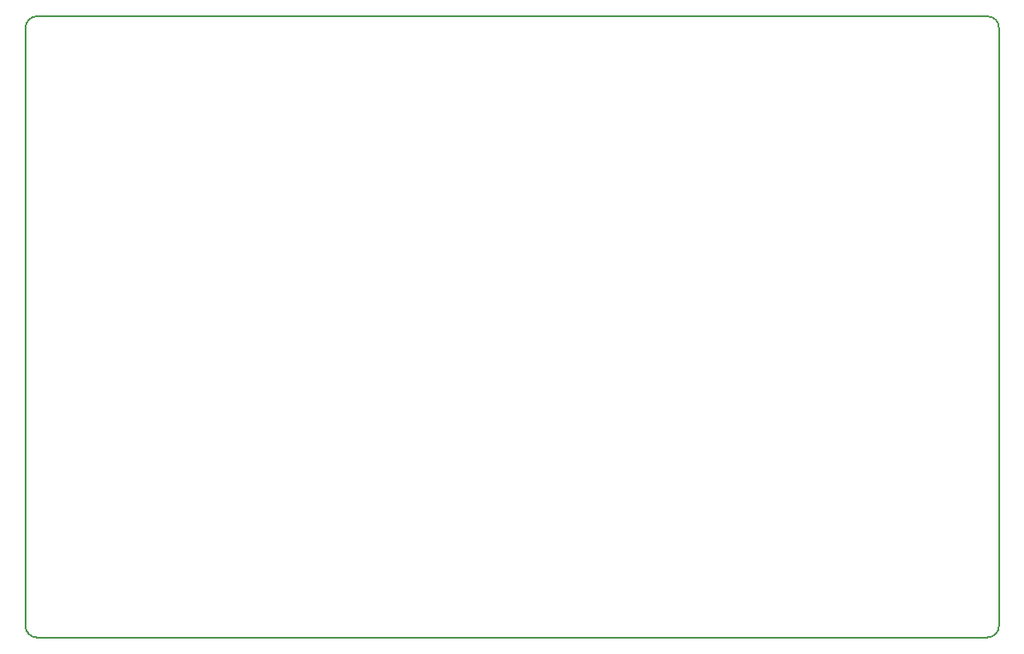
<source format=gbr>
%FSLAX34Y34*%
%MOMM*%
%LNOUTLINE*%
G71*
G01*
%ADD10C, 0.20*%
%LPD*%
G54D10*
X11525Y617663D02*
X953691Y617663D01*
G54D10*
G75*
G01X11525Y617663D02*
G03X15Y606153I0J-11510D01*
G01*
G54D10*
G75*
G01X965201Y606153D02*
G03X953691Y617663I-11510J0D01*
G01*
G54D10*
X15Y606153D02*
X15Y13238D01*
G54D10*
G75*
G01X953691Y1728D02*
G03X965201Y13238I0J11510D01*
G01*
G54D10*
X965201Y606153D02*
X965201Y13238D01*
G54D10*
G75*
G01X15Y13238D02*
G03X11525Y1728I11510J0D01*
G01*
G54D10*
X953691Y1728D02*
X11525Y1728D01*
M02*

</source>
